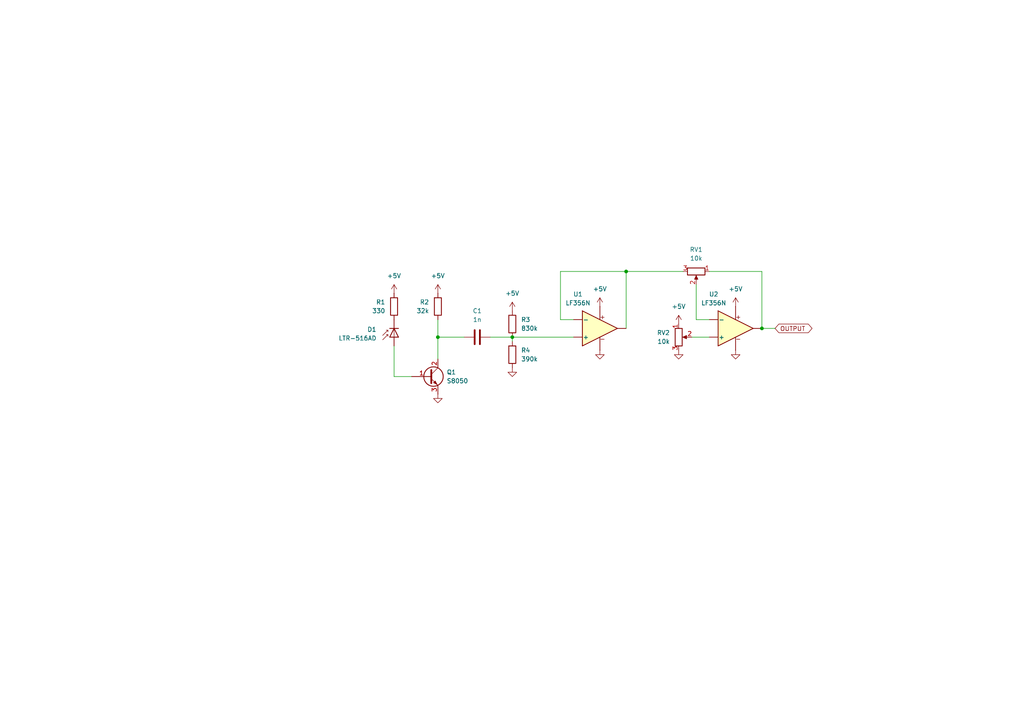
<source format=kicad_sch>
(kicad_sch (version 20231120) (generator "eeschema") (generator_version "8.0")
  (paper "A4")
  (lib_symbols
    (symbol "Device:C" (pin_numbers hide) (pin_names (offset 0.254))
      (property "Reference" "C" (at 0.635 2.54 0))
      (property "Value" "C" (at 0.635 -2.54 0))
      (symbol "C_0_1"
        (polyline (pts (xy -2.032 -0.762) (xy 2.032 -0.762)) (stroke (width 0.508)))
        (polyline (pts (xy -2.032 0.762) (xy 2.032 0.762)) (stroke (width 0.508)))
      )
      (symbol "C_1_1"
        (pin passive line (at 0 3.81 270) (length 2.794) (name "~") (number "1"))
        (pin passive line (at 0 -3.81 90) (length 2.794) (name "~") (number "2"))
      )
    )
    (symbol "Device:D_Photo" (pin_numbers hide) (pin_names hide)
      (property "Reference" "D" (at 0.508 1.778 0))
      (property "Value" "D_Photo" (at -1.016 -2.794 0))
      (symbol "D_Photo_0_1"
        (polyline (pts (xy -2.54 1.27) (xy -2.54 -1.27)) (stroke (width 0.254)))
        (polyline (pts (xy -2.032 1.778) (xy -1.524 1.778)))
        (polyline (pts (xy 0 0) (xy -2.54 0)))
        (polyline (pts (xy -0.508 3.302) (xy -2.032 1.778) (xy -2.032 2.286)))
        (polyline (pts (xy 0 -1.27) (xy 0 1.27) (xy -2.54 0) (xy 0 -1.27)) (stroke (width 0.254)))
        (polyline (pts (xy 0.762 3.302) (xy -0.762 1.778) (xy -0.762 2.286) (xy -0.762 1.778) (xy -0.254 1.778)))
      )
      (symbol "D_Photo_1_1"
        (pin passive line (at -5.08 0 0) (length 2.54) (name "K") (number "1"))
        (pin passive line (at 2.54 0 180) (length 2.54) (name "A") (number "2"))
      )
    )
    (symbol "Device:Q_NPN_BCE" (pin_names (offset 0) hide)
      (property "Reference" "Q" (at 5.08 1.27 0))
      (property "Value" "Q_NPN_BCE" (at 5.08 -1.27 0))
      (symbol "Q_NPN_BCE_0_1"
        (polyline (pts (xy 0.635 0.635) (xy 2.54 2.54)))
        (polyline (pts (xy 0.635 -0.635) (xy 2.54 -2.54) (xy 2.54 -2.54)))
        (polyline (pts (xy 0.635 1.905) (xy 0.635 -1.905) (xy 0.635 -1.905)) (stroke (width 0.508)))
        (polyline (pts (xy 1.27 -1.778) (xy 1.778 -1.27) (xy 2.286 -2.286) (xy 1.27 -1.778) (xy 1.27 -1.778)) (fill (type outline)))
        (circle (center 1.27 0) (radius 2.8194) (stroke (width 0.254)))
      )
      (symbol "Q_NPN_BCE_1_1"
        (pin input line (at -5.08 0 0) (length 5.715) (name "B") (number "1"))
        (pin passive line (at 2.54 5.08 270) (length 2.54) (name "C") (number "2"))
        (pin passive line (at 2.54 -5.08 90) (length 2.54) (name "E") (number "3"))
      )
    )
    (symbol "Device:R" (pin_numbers hide) (pin_names (offset 0))
      (property "Reference" "R" (at 2.032 0 90))
      (property "Value" "R" (at 0 0 90))
      (symbol "R_0_1"
        (rectangle (start -1.016 -2.54) (end 1.016 2.54) (stroke (width 0.254)))
      )
      (symbol "R_1_1"
        (pin passive line (at 0 3.81 270) (length 1.27) (name "~") (number "1"))
        (pin passive line (at 0 -3.81 90) (length 1.27) (name "~") (number "2"))
      )
    )
    (symbol "Device:R_Potentiometer" (pin_names (offset 1.016) hide)
      (property "Reference" "RV" (at -4.445 0 90))
      (property "Value" "R_Potentiometer" (at -2.54 0 90))
      (symbol "R_Potentiometer_0_1"
        (polyline (pts (xy 2.54 0) (xy 1.524 0)))
        (polyline (pts (xy 1.143 0) (xy 2.286 0.508) (xy 2.286 -0.508) (xy 1.143 0)) (fill (type outline)))
        (rectangle (start 1.016 2.54) (end -1.016 -2.54) (stroke (width 0.254)))
      )
      (symbol "R_Potentiometer_1_1"
        (pin passive line (at 0 3.81 270) (length 1.27) (name "1") (number "1"))
        (pin passive line (at 3.81 0 180) (length 1.27) (name "2") (number "2"))
        (pin passive line (at 0 -3.81 90) (length 1.27) (name "3") (number "3"))
      )
    )
    (symbol "deps:LF356N" (pin_numbers hide) (pin_names (offset 0.127))
      (property "Reference" "U" (at 5.334 6.35 0))
      (property "Value" "LF356N" (at 5.334 3.81 0))
      (symbol "LF356N_0_1"
        (polyline (pts (xy -5.08 5.08) (xy 5.08 0) (xy -5.08 -5.08) (xy -5.08 5.08)) (stroke (width 0.254)) (fill (type background)))
      )
      (symbol "LF356N_1_1"
        (text "+" (at 0.762 3.302 0) (effects (font (size 1.27 1.27))))
        (text "-" (at 0.762 -3.048 0) (effects (font (size 1.27 1.27))))
        (pin input line (at -7.62 2.54 0) (length 2.54) (name "-") (number "2"))
        (pin input line (at -7.62 -2.54 0) (length 2.54) (name "+") (number "3"))
        (pin power_in line (at 0 -6.35 90) (length 3.81) (name "") (number "4"))
        (pin output line (at 7.62 0 180) (length 2.54) (name "~") (number "6"))
        (pin power_in line (at 0 6.35 270) (length 3.81) (name "") (number "7"))
      )
    )
    (symbol "power:+5V" (power) (pin_numbers hide) (pin_names (offset 0) hide)
      (property "Value" "+5V" (at 0 3.556 0))
      (symbol "+5V_0_1"
        (polyline (pts (xy -0.762 1.27) (xy 0 2.54)))
        (polyline (pts (xy 0 0) (xy 0 2.54)))
        (polyline (pts (xy 0 2.54) (xy 0.762 1.27)))
      )
      (symbol "+5V_1_1"
        (pin power_in line (at 0 0 90) (length 0) (name "~") (number "1"))
      )
    )
    (symbol "power:GND" (power) (pin_numbers hide) (pin_names (offset 0) hide)
      (property "Value" "GND" (at 0 -3.81 0))
      (symbol "GND_0_1"
        (polyline (pts (xy 0 0) (xy 0 -1.27) (xy 1.27 -1.27) (xy 0 -2.54) (xy -1.27 -1.27) (xy 0 -1.27)))
      )
      (symbol "GND_1_1"
        (pin power_in line (at 0 0 270) (length 0) (name "~") (number "1"))
      )
    )
  )
  (junction (at 220.98 95.25))
  (junction (at 127 97.79))
  (junction (at 181.61 78.74))
  (junction (at 148.59 97.79))
  (wire (pts (xy 127 97.79) (xy 127 104.14)))
  (wire (pts (xy 127 97.79) (xy 134.62 97.79)))
  (wire (pts (xy 127 92.71) (xy 127 97.79)))
  (wire (pts (xy 200.66 97.79) (xy 205.74 97.79)))
  (wire (pts (xy 142.24 97.79) (xy 148.59 97.79)))
  (wire (pts (xy 201.93 92.71) (xy 205.74 92.71)))
  (wire (pts (xy 181.61 78.74) (xy 198.12 78.74)))
  (wire (pts (xy 148.59 97.79) (xy 166.37 97.79)))
  (wire (pts (xy 181.61 78.74) (xy 162.56 78.74)))
  (wire (pts (xy 205.74 78.74) (xy 220.98 78.74)))
  (wire (pts (xy 162.56 92.71) (xy 166.37 92.71)))
  (wire (pts (xy 114.3 109.22) (xy 119.38 109.22)))
  (wire (pts (xy 201.93 82.55) (xy 201.93 92.71)))
  (wire (pts (xy 162.56 78.74) (xy 162.56 92.71)))
  (wire (pts (xy 220.98 95.25) (xy 224.79 95.25)))
  (wire (pts (xy 114.3 100.33) (xy 114.3 109.22)))
  (wire (pts (xy 220.98 95.25) (xy 220.98 78.74)))
  (wire (pts (xy 148.59 97.79) (xy 148.59 99.06)))
  (wire (pts (xy 181.61 78.74) (xy 181.61 95.25)))
  (global_label "OUTPUT" (shape bidirectional) (at 224.79 95.25 0) (property "Intersheetrefs" "${INTERSHEET_REFS}" (effects (hide yes))))
  (symbol (lib_id "power:+5V") (at 213.36 88.9 0) (unit 1)
    (property "Reference" "#PWR010" (effects (hide yes)))
    (property "Value" "+5V" (at 213.36 83.82 0))
    (property "Description" "Power symbol creates a global label with name \"+5V\"" (effects (hide yes)))
  )
  (symbol (lib_id "Device:R") (at 148.59 93.98 0) (unit 1)
    (property "Reference" "R3" (at 151.13 92.7099 0) (effects (justify left)))
    (property "Value" "830k" (at 151.13 95.2499 0) (effects (justify left)))
    (property "Description" "Resistor" (effects (hide yes)))
  )
  (symbol (lib_id "power:+5V") (at 148.59 90.17 0) (unit 1)
    (property "Reference" "#PWR06" (effects (hide yes)))
    (property "Value" "+5V" (at 148.59 85.09 0))
    (property "Description" "Power symbol creates a global label with name \"+5V\"" (effects (hide yes)))
  )
  (symbol (lib_id "Device:Q_NPN_BCE") (at 124.46 109.22 0) (unit 1)
    (property "Reference" "Q1" (at 129.54 107.9499 0) (effects (justify left)))
    (property "Value" "S8050" (at 129.54 110.4899 0) (effects (justify left)))
    (property "Description" "NPN transistor, base/collector/emitter" (effects (hide yes)))
  )
  (symbol (lib_id "power:GND") (at 148.59 106.68 0) (unit 1)
    (property "Reference" "#PWR07" (effects (hide yes)))
    (property "Value" "GND" (effects (hide yes)))
    (property "Description" "Power symbol creates a global label with name \"GND\" , ground" (effects (hide yes)))
  )
  (symbol (lib_id "power:GND") (at 173.99 101.6 0) (unit 1)
    (property "Reference" "#PWR05" (effects (hide yes)))
    (property "Value" "GND" (effects (hide yes)))
    (property "Description" "Power symbol creates a global label with name \"GND\" , ground" (effects (hide yes)))
  )
  (symbol (lib_id "Device:R") (at 148.59 102.87 0) (unit 1)
    (property "Reference" "R4" (at 151.13 101.5999 0) (effects (justify left)))
    (property "Value" "390k" (at 151.13 104.1399 0) (effects (justify left)))
    (property "Description" "Resistor" (effects (hide yes)))
  )
  (symbol (lib_id "Device:R_Potentiometer") (at 201.93 78.74 270) (unit 1)
    (property "Reference" "RV1" (at 201.93 72.39 90))
    (property "Value" "10k" (at 201.93 74.93 90))
    (property "Description" "Potentiometer" (effects (hide yes)))
  )
  (symbol (lib_id "power:+5V") (at 114.3 85.09 0) (unit 1)
    (property "Reference" "#PWR01" (effects (hide yes)))
    (property "Value" "+5V" (at 114.3 80.01 0))
    (property "Description" "Power symbol creates a global label with name \"+5V\"" (effects (hide yes)))
  )
  (symbol (lib_id "power:GND") (at 127 114.3 0) (unit 1)
    (property "Reference" "#PWR02" (effects (hide yes)))
    (property "Value" "GND" (effects (hide yes)))
    (property "Description" "Power symbol creates a global label with name \"GND\" , ground" (effects (hide yes)))
  )
  (symbol (lib_id "deps:LF356N") (at 213.36 95.25 0) (unit 1)
    (property "Reference" "U2" (at 207.01 85.344 0))
    (property "Value" "LF356N" (at 207.01 87.884 0))
    (property "Datasheet" "https://www.ti.com/lit/ds/symlink/lf356.pdf?ts=1739918775096&ref_url=https%253A%252F%252Fwww.ti.com%252Fproduct%252FLF356%253Futm_source%253Dgoogle%2526utm_medium%253Dcpc%2526utm_campaign%253Dasc-null-null-GPN_EN-cpc-pf-google-wwe%2526utm_content%253DLF356%2526ds_k%253DLF356+Datasheet%2526DCM%253Dyes%2526gad_source%253D1%2526gclid%253DCj0KCQiA_NC9BhCkARIsABSnSTb0JTDsHneA9iNwLlkAFgu37zFyHrcE2vgN29CdwjF6BoVizNxt2v8aApJlEALw_wcB%2526gclsrc%253Daw.ds" (effects (hide yes)))
    (property "Description" "JFET Input Operational Amplifier" (effects (hide yes)))
  )
  (symbol (lib_id "power:+5V") (at 127 85.09 0) (unit 1)
    (property "Reference" "#PWR03" (effects (hide yes)))
    (property "Value" "+5V" (at 127 80.01 0))
    (property "Description" "Power symbol creates a global label with name \"+5V\"" (effects (hide yes)))
  )
  (symbol (lib_id "power:GND") (at 196.85 101.6 0) (unit 1)
    (property "Reference" "#PWR013" (effects (hide yes)))
    (property "Value" "GND" (effects (hide yes)))
    (property "Description" "Power symbol creates a global label with name \"GND\" , ground" (effects (hide yes)))
  )
  (symbol (lib_id "power:+5V") (at 196.85 93.98 0) (unit 1)
    (property "Reference" "#PWR011" (effects (hide yes)))
    (property "Value" "+5V" (at 196.85 88.9 0))
    (property "Description" "Power symbol creates a global label with name \"+5V\"" (effects (hide yes)))
  )
  (symbol (lib_id "power:GND") (at 213.36 101.6 0) (unit 1)
    (property "Reference" "#PWR012" (effects (hide yes)))
    (property "Value" "GND" (effects (hide yes)))
    (property "Description" "Power symbol creates a global label with name \"GND\" , ground" (effects (hide yes)))
  )
  (symbol (lib_id "Device:R_Potentiometer") (at 196.85 97.79 0) (unit 1)
    (property "Reference" "RV2" (at 194.31 96.5199 0) (effects (justify right)))
    (property "Value" "10k" (at 194.31 99.0599 0) (effects (justify right)))
    (property "Description" "Potentiometer" (effects (hide yes)))
  )
  (symbol (lib_id "Device:C") (at 138.43 97.79 90) (unit 1)
    (property "Reference" "C1" (at 138.43 90.17 90))
    (property "Value" "1n" (at 138.43 92.71 90))
    (property "Description" "Unpolarized capacitor" (effects (hide yes)))
  )
  (symbol (lib_id "Device:R") (at 127 88.9 0) (mirror y) (unit 1)
    (property "Reference" "R2" (at 124.46 87.6299 0) (effects (justify left)))
    (property "Value" "32k" (at 124.46 90.1699 0) (effects (justify left)))
    (property "Description" "Resistor" (effects (hide yes)))
  )
  (symbol (lib_id "power:+5V") (at 173.99 88.9 0) (unit 1)
    (property "Reference" "#PWR04" (effects (hide yes)))
    (property "Value" "+5V" (at 173.99 83.82 0))
    (property "Description" "Power symbol creates a global label with name \"+5V\"" (effects (hide yes)))
  )
  (symbol (lib_id "Device:R") (at 114.3 88.9 0) (mirror y) (unit 1)
    (property "Reference" "R1" (at 111.76 87.6299 0) (effects (justify left)))
    (property "Value" "330" (at 111.76 90.1699 0) (effects (justify left)))
    (property "Description" "Resistor" (effects (hide yes)))
  )
  (symbol (lib_id "deps:LF356N") (at 173.99 95.25 0) (unit 1)
    (property "Reference" "U1" (at 167.64 85.344 0))
    (property "Value" "LF356N" (at 167.64 87.884 0))
    (property "Datasheet" "https://www.ti.com/lit/ds/symlink/lf356.pdf?ts=1739918775096&ref_url=https%253A%252F%252Fwww.ti.com%252Fproduct%252FLF356%253Futm_source%253Dgoogle%2526utm_medium%253Dcpc%2526utm_campaign%253Dasc-null-null-GPN_EN-cpc-pf-google-wwe%2526utm_content%253DLF356%2526ds_k%253DLF356+Datasheet%2526DCM%253Dyes%2526gad_source%253D1%2526gclid%253DCj0KCQiA_NC9BhCkARIsABSnSTb0JTDsHneA9iNwLlkAFgu37zFyHrcE2vgN29CdwjF6BoVizNxt2v8aApJlEALw_wcB%2526gclsrc%253Daw.ds" (effects (hide yes)))
    (property "Description" "JFET Input Operational Amplifier" (effects (hide yes)))
  )
  (symbol (lib_id "Device:D_Photo") (at 114.3 97.79 90) (mirror x) (unit 1)
    (property "Reference" "D1" (at 109.22 95.5674 90) (effects (justify left)))
    (property "Value" "LTR-516AD" (at 109.22 98.1074 90) (effects (justify left)))
    (property "Description" "Photodiode" (effects (hide yes)))
  )
)
</source>
